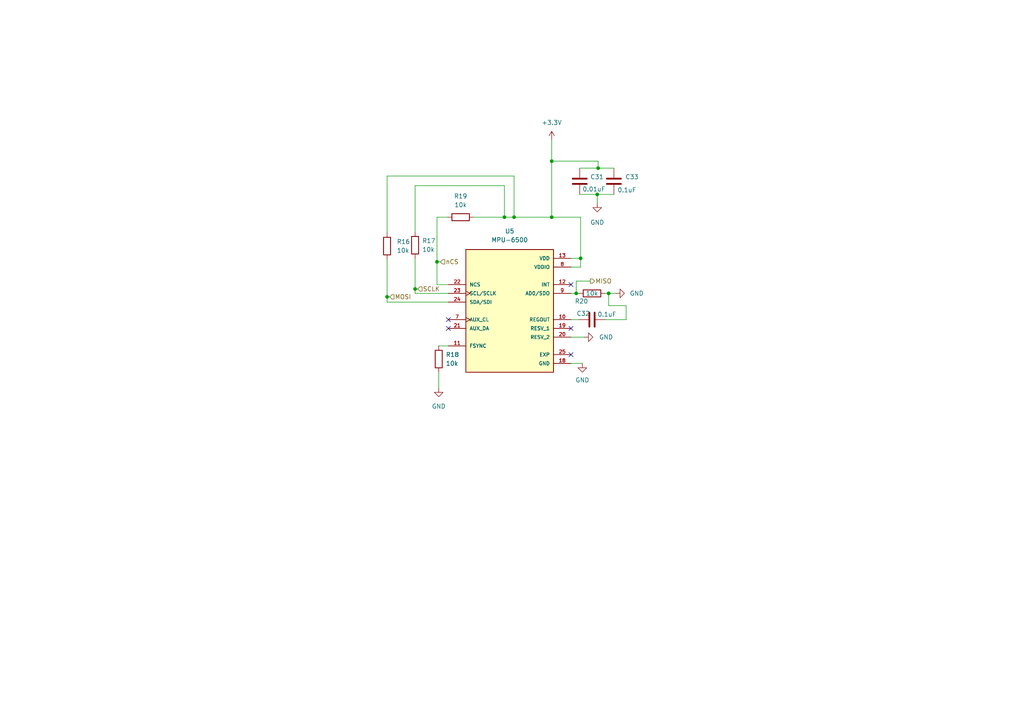
<source format=kicad_sch>
(kicad_sch (version 20211123) (generator eeschema)
  (paper "A4")
  (title_block (title "MUSHAK_PCB") (date "9 Aug 2022") (company "SRA-VJTI") (comment 1 "Designed by - Chinmay Lonkar"))
  (lib_symbols
    (symbol "Device:C" (pin_numbers hide) (pin_names (offset 0.254))
      (property "Reference" "C" (at 0.635 2.54 0))
      (property "Value" "C" (at 0.635 -2.54 0))
      (symbol "C_0_1"
        (polyline (pts (xy -2.032 -0.762) (xy 2.032 -0.762)) (stroke (width 0.508)))
        (polyline (pts (xy -2.032 0.762) (xy 2.032 0.762)) (stroke (width 0.508)))
      )
      (symbol "C_1_1"
        (pin passive line (at 0 3.81 270) (length 2.794) (name "~") (number "1"))
        (pin passive line (at 0 -3.81 90) (length 2.794) (name "~") (number "2"))
      )
    )
    (symbol "Device:R" (pin_numbers hide) (pin_names (offset 0))
      (property "Reference" "R" (at 2.032 0 90))
      (property "Value" "R" (at 0 0 90))
      (symbol "R_0_1"
        (rectangle (start -1.016 -2.54) (end 1.016 2.54) (stroke (width 0.254)))
      )
      (symbol "R_1_1"
        (pin passive line (at 0 3.81 270) (length 1.27) (name "~") (number "1"))
        (pin passive line (at 0 -3.81 90) (length 1.27) (name "~") (number "2"))
      )
    )
    (symbol "MPU-6500:MPU-6500" (pin_names (offset 1.016))
      (property "Reference" "U" (at -12.7 19.05 0))
      (property "Value" "MPU-6500" (at -12.7 -19.05 0))
      (symbol "MPU-6500_0_0"
        (rectangle (start -12.7 -17.78) (end 12.7 17.78) (stroke (width 0.254)) (fill (type background)))
        (pin output line (at 17.78 -2.54 180) (length 5.08) (name "REGOUT") (number "10"))
        (pin input line (at -17.78 -10.16 0) (length 5.08) (name "FSYNC") (number "11"))
        (pin output line (at 17.78 7.62 180) (length 5.08) (name "INT") (number "12"))
        (pin power_in line (at 17.78 15.24 180) (length 5.08) (name "VDD") (number "13"))
        (pin power_in line (at 17.78 -15.24 180) (length 5.08) (name "GND") (number "18"))
        (pin passive line (at 17.78 -5.08 180) (length 5.08) (name "RESV_1") (number "19"))
        (pin passive line (at 17.78 -7.62 180) (length 5.08) (name "RESV_2") (number "20"))
        (pin bidirectional line (at -17.78 -5.08 0) (length 5.08) (name "AUX_DA") (number "21"))
        (pin input line (at -17.78 7.62 0) (length 5.08) (name "NCS") (number "22"))
        (pin input clock (at -17.78 5.08 0) (length 5.08) (name "SCL/SCLK") (number "23"))
        (pin bidirectional line (at -17.78 2.54 0) (length 5.08) (name "SDA/SDI") (number "24"))
        (pin passive line (at 17.78 -12.7 180) (length 5.08) (name "EXP") (number "25"))
        (pin input clock (at -17.78 -2.54 0) (length 5.08) (name "AUX_CL") (number "7"))
        (pin power_in line (at 17.78 12.7 180) (length 5.08) (name "VDDIO") (number "8"))
        (pin output line (at 17.78 5.08 180) (length 5.08) (name "AD0/SDO") (number "9"))
      )
    )
    (symbol "power:+3.3V" (power) (pin_names (offset 0))
      (property "Value" "+3.3V" (at 0 3.556 0))
      (symbol "+3.3V_0_1"
        (polyline (pts (xy -0.762 1.27) (xy 0 2.54)))
        (polyline (pts (xy 0 0) (xy 0 2.54)))
        (polyline (pts (xy 0 2.54) (xy 0.762 1.27)))
      )
      (symbol "+3.3V_1_1"
        (pin power_in line (at 0 0 90) (length 0) hide (name "+3.3V") (number "1"))
      )
    )
    (symbol "power:GND" (power) (pin_names (offset 0))
      (property "Value" "GND" (at 0 -3.81 0))
      (symbol "GND_0_1"
        (polyline (pts (xy 0 0) (xy 0 -1.27) (xy 1.27 -1.27) (xy 0 -2.54) (xy -1.27 -1.27) (xy 0 -1.27)))
      )
      (symbol "GND_1_1"
        (pin power_in line (at 0 0 270) (length 0) hide (name "GND") (number "1"))
      )
    )
  )
  (junction (at 146.304 62.992))
  (junction (at 120.396 83.82))
  (junction (at 176.53 85.09))
  (junction (at 149.098 62.992))
  (junction (at 160.02 62.992))
  (junction (at 168.402 74.93))
  (junction (at 167.132 85.09))
  (junction (at 160.02 46.736))
  (junction (at 173.228 56.388))
  (junction (at 112.268 86.106))
  (junction (at 173.482 48.768))
  (junction (at 126.746 75.946))
  (no_connect (at 165.608 102.87))
  (no_connect (at 165.608 82.55))
  (no_connect (at 165.608 95.25))
  (no_connect (at 130.048 92.71))
  (no_connect (at 130.048 95.25))
  (wire (pts (xy 173.228 56.388) (xy 178.054 56.388)))
  (wire (pts (xy 173.482 48.768) (xy 178.054 48.768)))
  (wire (pts (xy 112.268 51.054) (xy 149.098 51.054)))
  (wire (pts (xy 120.396 85.09) (xy 120.396 83.82)))
  (wire (pts (xy 168.402 62.992) (xy 168.402 74.93)))
  (wire (pts (xy 120.396 83.82) (xy 121.158 83.82)))
  (wire (pts (xy 165.608 74.93) (xy 168.402 74.93)))
  (wire (pts (xy 168.148 48.768) (xy 173.482 48.768)))
  (wire (pts (xy 146.304 62.992) (xy 149.098 62.992)))
  (wire (pts (xy 112.268 87.63) (xy 112.268 86.106)))
  (wire (pts (xy 126.746 62.992) (xy 129.794 62.992)))
  (wire (pts (xy 160.02 62.992) (xy 168.402 62.992)))
  (wire (pts (xy 173.228 56.388) (xy 173.228 58.928)))
  (wire (pts (xy 127.254 100.33) (xy 130.048 100.33)))
  (wire (pts (xy 168.148 56.388) (xy 173.228 56.388)))
  (wire (pts (xy 165.608 77.47) (xy 168.402 77.47)))
  (wire (pts (xy 126.746 75.946) (xy 126.746 62.992)))
  (wire (pts (xy 149.098 51.054) (xy 149.098 62.992)))
  (wire (pts (xy 165.608 105.41) (xy 168.91 105.41)))
  (wire (pts (xy 146.304 53.848) (xy 146.304 62.992)))
  (wire (pts (xy 181.61 88.646) (xy 176.53 88.646)))
  (wire (pts (xy 112.268 86.106) (xy 112.268 75.184)))
  (wire (pts (xy 120.396 53.848) (xy 146.304 53.848)))
  (wire (pts (xy 112.268 67.564) (xy 112.268 51.054)))
  (wire (pts (xy 175.514 85.09) (xy 176.53 85.09)))
  (wire (pts (xy 112.268 86.106) (xy 113.03 86.106)))
  (wire (pts (xy 165.608 92.71) (xy 167.894 92.71)))
  (wire (pts (xy 167.132 81.534) (xy 167.132 85.09)))
  (wire (pts (xy 130.048 82.55) (xy 126.746 82.55)))
  (wire (pts (xy 176.53 85.09) (xy 178.562 85.09)))
  (wire (pts (xy 173.482 46.736) (xy 160.02 46.736)))
  (wire (pts (xy 137.414 62.992) (xy 146.304 62.992)))
  (wire (pts (xy 130.048 87.63) (xy 112.268 87.63)))
  (wire (pts (xy 165.608 85.09) (xy 167.132 85.09)))
  (wire (pts (xy 149.098 62.992) (xy 160.02 62.992)))
  (wire (pts (xy 168.402 74.93) (xy 168.402 77.47)))
  (wire (pts (xy 160.02 46.736) (xy 160.02 62.992)))
  (wire (pts (xy 181.61 92.71) (xy 181.61 88.646)))
  (wire (pts (xy 176.53 88.646) (xy 176.53 85.09)))
  (wire (pts (xy 130.048 85.09) (xy 120.396 85.09)))
  (wire (pts (xy 126.746 82.55) (xy 126.746 75.946)))
  (wire (pts (xy 120.396 83.82) (xy 120.396 74.93)))
  (wire (pts (xy 160.02 40.64) (xy 160.02 46.736)))
  (wire (pts (xy 126.746 75.946) (xy 127.762 75.946)))
  (wire (pts (xy 127.254 107.95) (xy 127.254 112.522)))
  (wire (pts (xy 175.514 92.71) (xy 181.61 92.71)))
  (wire (pts (xy 167.132 85.09) (xy 167.894 85.09)))
  (wire (pts (xy 171.196 81.534) (xy 167.132 81.534)))
  (wire (pts (xy 173.482 48.768) (xy 173.482 46.736)))
  (wire (pts (xy 165.608 97.79) (xy 169.418 97.79)))
  (wire (pts (xy 120.396 67.31) (xy 120.396 53.848)))
  (hierarchical_label "SCLK" (shape input) (at 121.158 83.82 0))
  (hierarchical_label "nCS" (shape input) (at 127.762 75.946 0))
  (hierarchical_label "MISO" (shape output) (at 171.196 81.534 0))
  (hierarchical_label "MOSI" (shape input) (at 113.03 86.106 0))
  (symbol (lib_id "Device:R") (at 133.604 62.992 90) (unit 1)
    (property "Reference" "R19" (at 133.604 56.896 90))
    (property "Value" "10k" (at 133.604 59.436 90))
    (property "Footprint" "Resistor_SMD:R_0402_1005Metric" (effects hide))
  )
  (symbol (lib_id "Device:R") (at 127.254 104.14 0) (unit 1)
    (property "Reference" "R18" (at 129.286 102.8699 0) (effects (justify left)))
    (property "Value" "10k" (at 129.286 105.4099 0) (effects (justify left)))
    (property "Footprint" "Resistor_SMD:R_0402_1005Metric" (effects hide))
  )
  (symbol (lib_id "Device:R") (at 171.704 85.09 90) (unit 1)
    (property "Reference" "R20" (at 168.656 87.376 90))
    (property "Value" "10k" (at 171.704 85.09 90))
    (property "Footprint" "Resistor_SMD:R_0402_1005Metric" (effects hide))
  )
  (symbol (lib_id "Device:C") (at 178.054 52.578 0) (unit 1)
    (property "Reference" "C33" (at 181.356 51.3079 0) (effects (justify left)))
    (property "Value" "0.1uF" (at 179.07 55.118 0) (effects (justify left)))
    (property "Footprint" "Capacitor_SMD:C_0402_1005Metric" (effects hide))
  )
  (symbol (lib_id "power:GND") (at 178.562 85.09 90) (unit 1)
    (property "Reference" "#PWR022" (effects hide))
    (property "Value" "GND" (at 182.626 85.0899 90) (effects (justify right)))
  )
  (symbol (lib_id "Device:C") (at 168.148 52.578 0) (unit 1)
    (property "Reference" "C31" (at 171.196 51.3079 0) (effects (justify left)))
    (property "Value" "0.01uF" (at 168.91 54.864 0) (effects (justify left)))
    (property "Footprint" "Capacitor_SMD:C_0402_1005Metric" (effects hide))
  )
  (symbol (lib_id "power:GND") (at 173.228 58.928 0) (unit 1)
    (property "Reference" "#PWR021" (effects hide))
    (property "Value" "GND" (at 173.228 64.516 0))
  )
  (symbol (lib_id "MPU-6500:MPU-6500") (at 147.828 90.17 0) (unit 1)
    (property "Reference" "U5" (at 147.828 67.056 0))
    (property "Value" "MPU-6500" (at 147.828 69.596 0))
    (property "Footprint" "MPU-6500:QFN40P300X300X95-25N" (effects hide))
    (property "Datasheet" "https://invensense.tdk.com/wp-content/uploads/2020/06/PS-MPU-6500A-01-v1.3.pdf" (effects hide))
    (property "E_MIN" "2.9" (effects hide))
    (property "MANUFACTURER" "TDK InvenSense" (effects hide))
    (property "MAXIMUM_PACKAGE_HEIGHT" "0.95 mm" (effects hide))
    (property "D2_NOM" "1.7" (effects hide))
    (property "B_NOM" "0.2" (effects hide))
    (property "PIN_COUNT_E" "6.0" (effects hide))
    (property "PIN_COUNT_D" "6.0" (effects hide))
    (property "STANDARD" "IPC 7351B" (effects hide))
    (property "D_MIN" "2.9" (effects hide))
    (property "D_MAX" "3.1" (effects hide))
    (property "D_NOM" "3.0" (effects hide))
    (property "B_MAX" "0.25" (effects hide))
    (property "B_MIN" "0.15" (effects hide))
    (property "E2_NOM" "1.54" (effects hide))
    (property "L_NOM" "0.3" (effects hide))
    (property "E_NOM" "3.0" (effects hide))
    (property "L_MAX" "0.25" (effects hide))
    (property "PARTREV" "1.3" (effects hide))
    (property "L_MIN" "0.15" (effects hide))
    (property "E_MAX" "3.1" (effects hide))
    (property "ENOM" "0.4" (effects hide))
  )
  (symbol (lib_id "power:GND") (at 168.91 105.41 0) (unit 1)
    (property "Reference" "#PWR019" (effects hide))
    (property "Value" "GND" (at 168.91 110.236 0))
  )
  (symbol (lib_id "Device:R") (at 112.268 71.374 180) (unit 1)
    (property "Reference" "R16" (at 115.062 70.1039 0) (effects (justify right)))
    (property "Value" "10k" (at 115.062 72.6439 0) (effects (justify right)))
    (property "Footprint" "Resistor_SMD:R_0402_1005Metric" (effects hide))
  )
  (symbol (lib_id "Device:C") (at 171.704 92.71 270) (unit 1)
    (property "Reference" "C32" (at 169.164 90.932 90))
    (property "Value" "0.1uF" (at 176.022 91.186 90))
    (property "Footprint" "Capacitor_SMD:C_0402_1005Metric" (effects hide))
  )
  (symbol (lib_id "Device:R") (at 120.396 71.12 180) (unit 1)
    (property "Reference" "R17" (at 122.428 69.8499 0) (effects (justify right)))
    (property "Value" "10k" (at 122.428 72.3899 0) (effects (justify right)))
    (property "Footprint" "Resistor_SMD:R_0402_1005Metric" (effects hide))
  )
  (symbol (lib_id "power:+3.3V") (at 160.02 40.64 0) (unit 1)
    (property "Reference" "#PWR028" (effects hide))
    (property "Value" "+3.3V" (at 160.02 35.56 0))
  )
  (symbol (lib_id "power:GND") (at 169.418 97.79 90) (unit 1)
    (property "Reference" "#PWR020" (effects hide))
    (property "Value" "GND" (at 173.736 97.7899 90) (effects (justify right)))
  )
  (symbol (lib_id "power:GND") (at 127.254 112.522 0) (unit 1)
    (property "Reference" "#PWR017" (effects hide))
    (property "Value" "GND" (at 127.254 117.856 0))
  )
)
</source>
